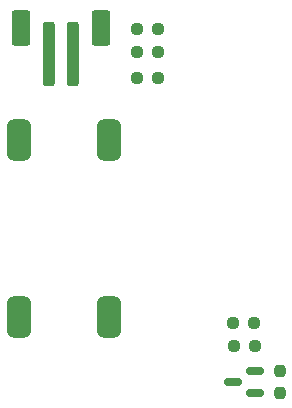
<source format=gbp>
G04 #@! TF.GenerationSoftware,KiCad,Pcbnew,(6.0.7)*
G04 #@! TF.CreationDate,2023-01-29T13:56:44+08:00*
G04 #@! TF.ProjectId,mainBoard,6d61696e-426f-4617-9264-2e6b69636164,rev?*
G04 #@! TF.SameCoordinates,Original*
G04 #@! TF.FileFunction,Paste,Bot*
G04 #@! TF.FilePolarity,Positive*
%FSLAX46Y46*%
G04 Gerber Fmt 4.6, Leading zero omitted, Abs format (unit mm)*
G04 Created by KiCad (PCBNEW (6.0.7)) date 2023-01-29 13:56:44*
%MOMM*%
%LPD*%
G01*
G04 APERTURE LIST*
G04 Aperture macros list*
%AMRoundRect*
0 Rectangle with rounded corners*
0 $1 Rounding radius*
0 $2 $3 $4 $5 $6 $7 $8 $9 X,Y pos of 4 corners*
0 Add a 4 corners polygon primitive as box body*
4,1,4,$2,$3,$4,$5,$6,$7,$8,$9,$2,$3,0*
0 Add four circle primitives for the rounded corners*
1,1,$1+$1,$2,$3*
1,1,$1+$1,$4,$5*
1,1,$1+$1,$6,$7*
1,1,$1+$1,$8,$9*
0 Add four rect primitives between the rounded corners*
20,1,$1+$1,$2,$3,$4,$5,0*
20,1,$1+$1,$4,$5,$6,$7,0*
20,1,$1+$1,$6,$7,$8,$9,0*
20,1,$1+$1,$8,$9,$2,$3,0*%
G04 Aperture macros list end*
%ADD10RoundRect,0.237500X0.237500X-0.250000X0.237500X0.250000X-0.237500X0.250000X-0.237500X-0.250000X0*%
%ADD11RoundRect,0.500000X-0.500000X1.250000X-0.500000X-1.250000X0.500000X-1.250000X0.500000X1.250000X0*%
%ADD12RoundRect,0.150000X0.587500X0.150000X-0.587500X0.150000X-0.587500X-0.150000X0.587500X-0.150000X0*%
%ADD13RoundRect,0.237500X0.250000X0.237500X-0.250000X0.237500X-0.250000X-0.237500X0.250000X-0.237500X0*%
%ADD14RoundRect,0.250000X0.250000X2.500000X-0.250000X2.500000X-0.250000X-2.500000X0.250000X-2.500000X0*%
%ADD15RoundRect,0.250000X0.550000X1.250000X-0.550000X1.250000X-0.550000X-1.250000X0.550000X-1.250000X0*%
%ADD16RoundRect,0.237500X-0.250000X-0.237500X0.250000X-0.237500X0.250000X0.237500X-0.250000X0.237500X0*%
G04 APERTURE END LIST*
D10*
X158200000Y-102812500D03*
X158200000Y-100987500D03*
D11*
X143720000Y-81400000D03*
X136100000Y-81400000D03*
X143720000Y-96400000D03*
X136100000Y-96400000D03*
D12*
X156137500Y-100950000D03*
X156137500Y-102850000D03*
X154262500Y-101900000D03*
D13*
X147912500Y-72000000D03*
X146087500Y-72000000D03*
D14*
X140700000Y-74160000D03*
X138700000Y-74160000D03*
D15*
X136300000Y-71910000D03*
X143100000Y-71910000D03*
D16*
X154287500Y-98900000D03*
X156112500Y-98900000D03*
X146087500Y-76200000D03*
X147912500Y-76200000D03*
D13*
X156025000Y-96900000D03*
X154200000Y-96900000D03*
X147912500Y-74000000D03*
X146087500Y-74000000D03*
M02*

</source>
